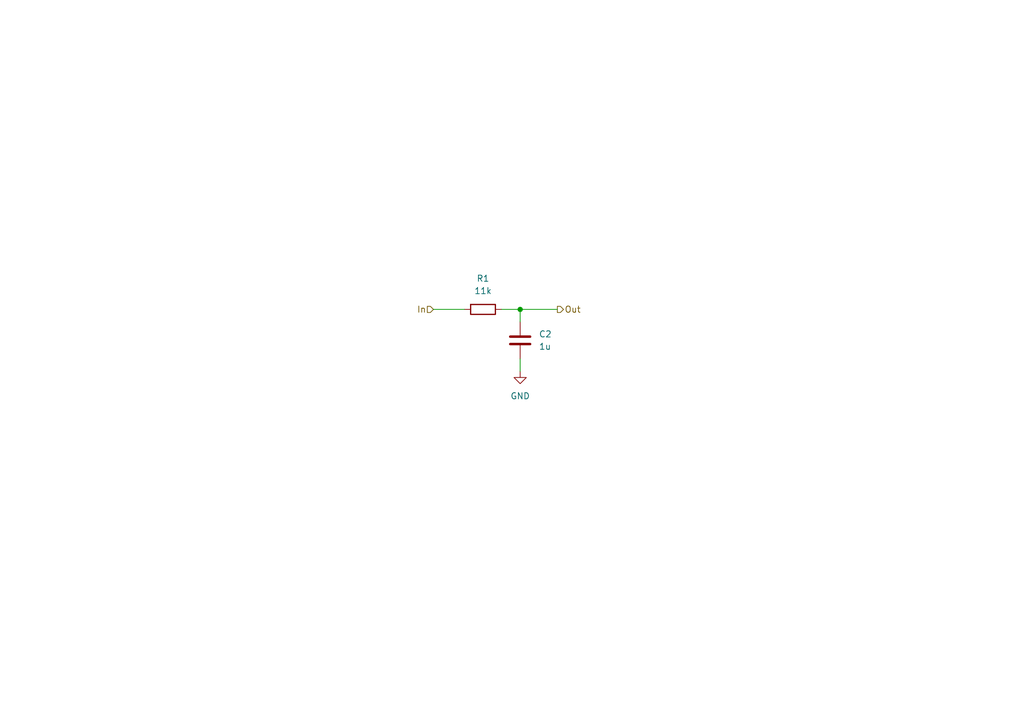
<source format=kicad_sch>
(kicad_sch (version 20230121) (generator eeschema)
  (paper "A5")
  (lib_symbols
    (symbol "Device:C" (pin_numbers hide) (pin_names (offset 0.254))
      (property "Reference" "C" (at 0.635 2.54 0))
      (property "Value" "C" (at 0.635 -2.54 0))
      (symbol "C_0_1"
        (polyline (pts (xy -2.032 -0.762) (xy 2.032 -0.762)) (stroke (width 0.508)))
        (polyline (pts (xy -2.032 0.762) (xy 2.032 0.762)) (stroke (width 0.508)))
      )
      (symbol "C_1_1"
        (pin passive line (at 0 3.81 270) (length 2.794) (name "~") (number "1"))
        (pin passive line (at 0 -3.81 90) (length 2.794) (name "~") (number "2"))
      )
    )
    (symbol "Device:R" (pin_numbers hide) (pin_names (offset 0))
      (property "Reference" "R" (at 2.032 0 90))
      (property "Value" "R" (at 0 0 90))
      (symbol "R_0_1"
        (rectangle (start -1.016 -2.54) (end 1.016 2.54) (stroke (width 0.254)))
      )
      (symbol "R_1_1"
        (pin passive line (at 0 3.81 270) (length 1.27) (name "~") (number "1"))
        (pin passive line (at 0 -3.81 90) (length 1.27) (name "~") (number "2"))
      )
    )
    (symbol "power:GND" (power) (pin_names (offset 0))
      (property "Value" "GND" (at 0 -3.81 0))
      (symbol "GND_0_1"
        (polyline (pts (xy 0 0) (xy 0 -1.27) (xy 1.27 -1.27) (xy 0 -2.54) (xy -1.27 -1.27) (xy 0 -1.27)))
      )
      (symbol "GND_1_1"
        (pin power_in line (at 0 0 270) (length 0) hide (name "GND") (number "1"))
      )
    )
  )
  (junction (at 106.68 63.5))
  (wire (pts (xy 106.68 63.5) (xy 114.3 63.5)))
  (wire (pts (xy 106.68 63.5) (xy 106.68 66.04)))
  (wire (pts (xy 106.68 73.66) (xy 106.68 76.2)))
  (wire (pts (xy 102.87 63.5) (xy 106.68 63.5)))
  (wire (pts (xy 88.9 63.5) (xy 95.25 63.5)))
  (hierarchical_label "In" (shape input) (at 88.9 63.5 180))
  (hierarchical_label "Out" (shape output) (at 114.3 63.5 0))
  (symbol (lib_id "Device:C") (at 106.68 69.85 0) (unit 1)
    (property "Reference" "C2" (at 110.49 68.58 0) (effects (justify left)))
    (property "Value" "1u" (at 110.49 71.12 0) (effects (justify left)))
  )
  (symbol (lib_id "power:GND") (at 106.68 76.2 0) (unit 1)
    (property "Reference" "#PWR06" (effects hide))
    (property "Value" "GND" (at 106.68 81.28 0))
  )
  (symbol (lib_id "Device:R") (at 99.06 63.5 90) (unit 1)
    (property "Reference" "R1" (at 99.06 57.15 90))
    (property "Value" "11k" (at 99.06 59.69 90))
  )
)
</source>
